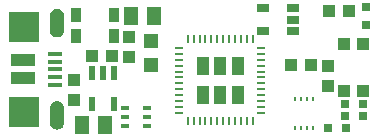
<source format=gbr>
G04 EAGLE Gerber RS-274X export*
G75*
%MOMM*%
%FSLAX34Y34*%
%LPD*%
%INSolderpaste Top*%
%IPPOS*%
%AMOC8*
5,1,8,0,0,1.08239X$1,22.5*%
G01*
%ADD10R,1.240000X1.500000*%
%ADD11R,1.000000X1.075000*%
%ADD12R,0.800000X0.800000*%
%ADD13R,1.075000X1.000000*%
%ADD14R,1.000000X1.000000*%
%ADD15R,2.000000X1.000000*%
%ADD16R,2.500000X2.500000*%
%ADD17R,1.250000X0.300000*%
%ADD18R,0.550000X1.200000*%
%ADD19R,0.990000X0.690000*%
%ADD20R,0.910000X1.220000*%
%ADD21R,0.700000X0.350000*%
%ADD22R,0.250000X0.350000*%
%ADD23R,0.250000X0.750000*%
%ADD24R,0.750000X0.250000*%
%ADD25R,1.000000X1.500000*%
%ADD26R,1.300000X1.200000*%

G36*
X53548Y115773D02*
X53548Y115773D01*
X54822Y115973D01*
X54869Y115990D01*
X54959Y116011D01*
X56155Y116489D01*
X56198Y116516D01*
X56281Y116556D01*
X57341Y117288D01*
X57377Y117324D01*
X57448Y117382D01*
X58319Y118332D01*
X58346Y118374D01*
X58403Y118447D01*
X59040Y119567D01*
X59057Y119614D01*
X59096Y119697D01*
X59469Y120931D01*
X59474Y120981D01*
X59494Y121071D01*
X59583Y122356D01*
X59581Y122376D01*
X59584Y122400D01*
X59584Y133400D01*
X59582Y133415D01*
X59583Y133435D01*
X59522Y134561D01*
X59511Y134608D01*
X59503Y134684D01*
X59222Y135777D01*
X59202Y135821D01*
X59180Y135894D01*
X58692Y136911D01*
X58664Y136950D01*
X58627Y137017D01*
X57950Y137920D01*
X57915Y137953D01*
X57866Y138011D01*
X57026Y138764D01*
X56985Y138790D01*
X56925Y138838D01*
X55954Y139412D01*
X55909Y139429D01*
X55842Y139465D01*
X54777Y139839D01*
X54730Y139847D01*
X54657Y139869D01*
X53540Y140028D01*
X53512Y140027D01*
X53360Y140028D01*
X52244Y139869D01*
X52198Y139854D01*
X52123Y139839D01*
X51058Y139465D01*
X51016Y139441D01*
X50946Y139412D01*
X49975Y138838D01*
X49938Y138806D01*
X49874Y138764D01*
X49034Y138011D01*
X49005Y137974D01*
X48950Y137920D01*
X48273Y137017D01*
X48251Y136974D01*
X48208Y136911D01*
X47720Y135894D01*
X47707Y135847D01*
X47678Y135777D01*
X47397Y134684D01*
X47394Y134636D01*
X47378Y134561D01*
X47317Y133435D01*
X47319Y133419D01*
X47316Y133400D01*
X47316Y122400D01*
X47319Y122385D01*
X47317Y122365D01*
X47378Y121239D01*
X47390Y121192D01*
X47397Y121116D01*
X47678Y120023D01*
X47698Y119979D01*
X47720Y119906D01*
X48208Y118889D01*
X48237Y118850D01*
X48273Y118783D01*
X48950Y117880D01*
X48985Y117847D01*
X49034Y117789D01*
X49874Y117036D01*
X49915Y117010D01*
X49975Y116962D01*
X50946Y116388D01*
X50991Y116371D01*
X51058Y116335D01*
X52123Y115961D01*
X52170Y115953D01*
X52244Y115931D01*
X53360Y115772D01*
X53361Y115772D01*
X53548Y115773D01*
G37*
G36*
X53548Y37773D02*
X53548Y37773D01*
X54822Y37973D01*
X54869Y37990D01*
X54959Y38011D01*
X56155Y38489D01*
X56198Y38516D01*
X56281Y38556D01*
X57341Y39288D01*
X57377Y39324D01*
X57448Y39382D01*
X58319Y40332D01*
X58346Y40374D01*
X58403Y40447D01*
X59040Y41567D01*
X59057Y41614D01*
X59096Y41697D01*
X59469Y42931D01*
X59474Y42981D01*
X59494Y43071D01*
X59583Y44356D01*
X59581Y44376D01*
X59584Y44400D01*
X59584Y55400D01*
X59582Y55415D01*
X59583Y55435D01*
X59522Y56561D01*
X59511Y56608D01*
X59503Y56684D01*
X59222Y57777D01*
X59202Y57821D01*
X59180Y57894D01*
X58692Y58911D01*
X58664Y58950D01*
X58627Y59017D01*
X57950Y59920D01*
X57915Y59953D01*
X57866Y60011D01*
X57026Y60764D01*
X56985Y60790D01*
X56925Y60838D01*
X55954Y61412D01*
X55909Y61429D01*
X55842Y61465D01*
X54777Y61839D01*
X54730Y61847D01*
X54657Y61869D01*
X53540Y62028D01*
X53512Y62027D01*
X53360Y62028D01*
X52244Y61869D01*
X52198Y61854D01*
X52123Y61839D01*
X51058Y61465D01*
X51016Y61441D01*
X50946Y61412D01*
X49975Y60838D01*
X49938Y60806D01*
X49874Y60764D01*
X49034Y60011D01*
X49005Y59974D01*
X48950Y59920D01*
X48273Y59017D01*
X48251Y58974D01*
X48208Y58911D01*
X47720Y57894D01*
X47707Y57847D01*
X47678Y57777D01*
X47397Y56684D01*
X47394Y56636D01*
X47378Y56561D01*
X47317Y55435D01*
X47319Y55419D01*
X47316Y55400D01*
X47316Y44400D01*
X47319Y44385D01*
X47317Y44365D01*
X47378Y43239D01*
X47390Y43192D01*
X47397Y43116D01*
X47678Y42023D01*
X47698Y41979D01*
X47720Y41906D01*
X48208Y40889D01*
X48237Y40850D01*
X48273Y40783D01*
X48950Y39880D01*
X48985Y39847D01*
X49034Y39789D01*
X49874Y39036D01*
X49915Y39010D01*
X49975Y38962D01*
X50946Y38388D01*
X50991Y38371D01*
X51058Y38335D01*
X52123Y37961D01*
X52170Y37953D01*
X52244Y37931D01*
X53360Y37772D01*
X53361Y37772D01*
X53548Y37773D01*
G37*
D10*
X116280Y133750D03*
X135280Y133750D03*
D11*
X114470Y99325D03*
X114470Y116325D03*
D10*
X93990Y41760D03*
X74990Y41760D03*
D12*
X315360Y126265D03*
X315360Y141265D03*
D11*
X67679Y63128D03*
X67679Y80128D03*
D13*
X283600Y137795D03*
X300600Y137795D03*
D14*
X312800Y70170D03*
X296800Y70170D03*
X296800Y110170D03*
X312800Y110170D03*
D15*
X24450Y96400D03*
X24450Y81400D03*
D16*
X25450Y124900D03*
X25450Y52900D03*
D17*
X52200Y101900D03*
X52200Y95400D03*
X52200Y88900D03*
X52200Y82400D03*
X52200Y75900D03*
D18*
X102210Y85391D03*
X92710Y85391D03*
X83210Y85391D03*
X83210Y59389D03*
X102210Y59389D03*
D11*
X283210Y74685D03*
X283210Y91685D03*
D13*
X99940Y100330D03*
X82940Y100330D03*
D19*
X253565Y121310D03*
X253565Y130810D03*
X253565Y140310D03*
X227665Y140310D03*
X227665Y121310D03*
D20*
X102100Y134620D03*
X69350Y134620D03*
X102100Y116840D03*
X69350Y116840D03*
D21*
X130150Y40760D03*
X130150Y48260D03*
X130150Y55760D03*
X111150Y55760D03*
X111150Y48260D03*
X111150Y40760D03*
D22*
X270390Y63435D03*
X265390Y63435D03*
X260390Y63435D03*
X255390Y63435D03*
X270390Y39435D03*
X265390Y39435D03*
X260390Y39435D03*
X255390Y39435D03*
D13*
X268850Y92075D03*
X251850Y92075D03*
D23*
X164270Y44625D03*
X169270Y44625D03*
X174270Y44625D03*
X179270Y44625D03*
X184270Y44625D03*
X189270Y44625D03*
X194270Y44625D03*
X199270Y44625D03*
X204270Y44625D03*
X209270Y44625D03*
X214270Y44625D03*
D24*
X226520Y51875D03*
X226520Y56875D03*
X226520Y61875D03*
X226520Y66875D03*
X226520Y71875D03*
X226520Y76875D03*
X226520Y81875D03*
X226520Y86875D03*
X226520Y91875D03*
X226520Y96875D03*
X226520Y101875D03*
D23*
X219270Y114125D03*
X214270Y114125D03*
X209270Y114125D03*
X204270Y114125D03*
X199270Y114125D03*
X194270Y114125D03*
X189270Y114125D03*
X184270Y114125D03*
X179270Y114125D03*
X174270Y114125D03*
X169270Y114125D03*
D24*
X157020Y106875D03*
X157020Y101875D03*
X157020Y96875D03*
X157020Y91875D03*
X157020Y86875D03*
X157020Y81875D03*
X157020Y76875D03*
X157020Y71875D03*
X157020Y66875D03*
X157020Y61875D03*
X157020Y56875D03*
D25*
X176770Y91875D03*
X191770Y91875D03*
X206770Y91875D03*
X206770Y66875D03*
X191770Y66875D03*
X176770Y66875D03*
D23*
X219270Y44625D03*
D24*
X226520Y106875D03*
D23*
X164270Y114125D03*
D24*
X157020Y51875D03*
D26*
X132715Y92075D03*
X132715Y112395D03*
D12*
X282575Y38735D03*
X297815Y38735D03*
X312420Y48895D03*
X297180Y48895D03*
X297180Y59055D03*
X312420Y59055D03*
M02*

</source>
